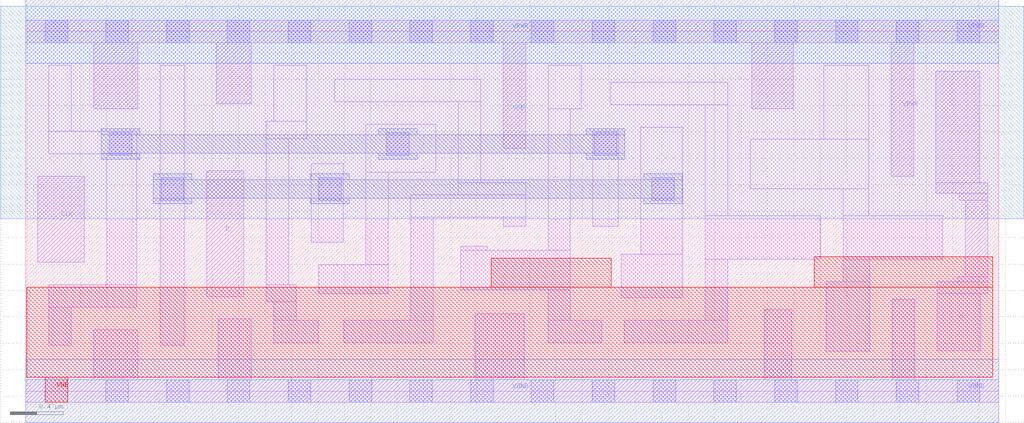
<source format=lef>
VERSION 5.7 ;
  NOWIREEXTENSIONATPIN ON ;
  DIVIDERCHAR "/" ;
  BUSBITCHARS "[]" ;
MACRO DCDC_FF
  CLASS BLOCK ;
  FOREIGN DCDC_FF ;
  ORIGIN -0.190 -0.240 ;
  SIZE 7.360 BY 2.720 ;
  PIN Q
    ANTENNADIFFAREA 0.429000 ;
    PORT
      LAYER li1 ;
        RECT 7.075 1.815 7.405 2.660 ;
        RECT 7.075 1.735 7.465 1.815 ;
        RECT 7.250 1.685 7.465 1.735 ;
        RECT 7.295 1.105 7.465 1.685 ;
        RECT 7.240 1.065 7.465 1.105 ;
        RECT 7.085 0.980 7.465 1.065 ;
        RECT 7.085 0.545 7.415 0.980 ;
    END
  END Q
  PIN CLK
    ANTENNAGATEAREA 0.159000 ;
    PORT
      LAYER li1 ;
        RECT 0.280 1.215 0.630 1.865 ;
    END
  END CLK
  PIN D
    ANTENNAGATEAREA 0.126000 ;
    PORT
      LAYER li1 ;
        RECT 1.560 0.955 1.840 1.905 ;
    END
  END D
  PIN VNB
    PORT
      LAYER pwell ;
        RECT 3.710 1.025 4.620 1.245 ;
        RECT 6.155 1.025 7.505 1.255 ;
        RECT 0.195 0.345 7.505 1.025 ;
        RECT 0.335 0.155 0.505 0.345 ;
    END
  END VNB
  PIN VPB
    PORT
      LAYER nwell ;
        RECT 0.000 1.545 7.740 3.150 ;
    END
  END VPB
  PIN VPWR
    USE POWER ;
    PORT
      LAYER li1 ;
        RECT 0.190 2.875 7.550 3.045 ;
        RECT 0.705 2.375 1.035 2.875 ;
        RECT 1.630 2.415 1.895 2.875 ;
        RECT 3.800 2.075 3.970 2.875 ;
        RECT 5.680 2.375 5.995 2.875 ;
        RECT 6.735 1.865 6.905 2.875 ;
      LAYER mcon ;
        RECT 0.335 2.875 0.505 3.045 ;
        RECT 0.795 2.875 0.965 3.045 ;
        RECT 1.255 2.875 1.425 3.045 ;
        RECT 1.715 2.875 1.885 3.045 ;
        RECT 2.175 2.875 2.345 3.045 ;
        RECT 2.635 2.875 2.805 3.045 ;
        RECT 3.095 2.875 3.265 3.045 ;
        RECT 3.555 2.875 3.725 3.045 ;
        RECT 4.015 2.875 4.185 3.045 ;
        RECT 4.475 2.875 4.645 3.045 ;
        RECT 4.935 2.875 5.105 3.045 ;
        RECT 5.395 2.875 5.565 3.045 ;
        RECT 5.855 2.875 6.025 3.045 ;
        RECT 6.315 2.875 6.485 3.045 ;
        RECT 6.775 2.875 6.945 3.045 ;
        RECT 7.235 2.875 7.405 3.045 ;
      LAYER met1 ;
        RECT 0.190 2.720 7.550 3.200 ;
    END
  END VPWR
  PIN VGND
    USE GROUND ;
    PORT
      LAYER li1 ;
        RECT 0.705 0.325 1.035 0.705 ;
        RECT 1.645 0.325 1.895 0.785 ;
        RECT 3.590 0.325 3.960 0.825 ;
        RECT 5.775 0.325 5.985 0.855 ;
        RECT 6.745 0.325 6.915 0.935 ;
        RECT 0.190 0.155 7.550 0.325 ;
      LAYER mcon ;
        RECT 0.335 0.155 0.505 0.325 ;
        RECT 0.795 0.155 0.965 0.325 ;
        RECT 1.255 0.155 1.425 0.325 ;
        RECT 1.715 0.155 1.885 0.325 ;
        RECT 2.175 0.155 2.345 0.325 ;
        RECT 2.635 0.155 2.805 0.325 ;
        RECT 3.095 0.155 3.265 0.325 ;
        RECT 3.555 0.155 3.725 0.325 ;
        RECT 4.015 0.155 4.185 0.325 ;
        RECT 4.475 0.155 4.645 0.325 ;
        RECT 4.935 0.155 5.105 0.325 ;
        RECT 5.395 0.155 5.565 0.325 ;
        RECT 5.855 0.155 6.025 0.325 ;
        RECT 6.315 0.155 6.485 0.325 ;
        RECT 6.775 0.155 6.945 0.325 ;
        RECT 7.235 0.155 7.405 0.325 ;
      LAYER met1 ;
        RECT 0.190 0.000 7.550 0.480 ;
    END
  END VGND
  OBS
      LAYER li1 ;
        RECT 0.365 2.205 0.535 2.705 ;
        RECT 0.365 2.035 1.030 2.205 ;
        RECT 0.800 1.045 1.030 2.035 ;
        RECT 0.365 0.875 1.030 1.045 ;
        RECT 0.365 0.585 0.535 0.875 ;
        RECT 1.205 0.585 1.390 2.705 ;
        RECT 2.065 2.280 2.315 2.705 ;
        RECT 2.525 2.430 3.630 2.600 ;
        RECT 2.010 2.150 2.315 2.280 ;
        RECT 2.010 1.045 2.180 2.150 ;
        RECT 2.350 1.365 2.590 1.960 ;
        RECT 2.760 1.895 3.290 2.260 ;
        RECT 2.760 1.195 2.930 1.895 ;
        RECT 3.460 1.815 3.630 2.430 ;
        RECT 4.140 2.375 4.390 2.705 ;
        RECT 4.615 2.405 5.500 2.575 ;
        RECT 3.460 1.725 3.970 1.815 ;
        RECT 2.010 0.915 2.235 1.045 ;
        RECT 2.405 0.975 2.930 1.195 ;
        RECT 3.100 1.555 3.970 1.725 ;
        RECT 2.065 0.775 2.235 0.915 ;
        RECT 3.100 0.775 3.270 1.555 ;
        RECT 3.800 1.485 3.970 1.555 ;
        RECT 3.480 1.305 3.680 1.335 ;
        RECT 4.140 1.305 4.310 2.375 ;
        RECT 4.480 1.485 4.670 2.205 ;
        RECT 3.480 1.005 4.310 1.305 ;
        RECT 4.840 1.275 5.160 2.235 ;
        RECT 2.065 0.605 2.400 0.775 ;
        RECT 2.595 0.605 3.270 0.775 ;
        RECT 4.140 0.775 4.310 1.005 ;
        RECT 4.695 0.945 5.160 1.275 ;
        RECT 5.330 1.565 5.500 2.405 ;
        RECT 6.225 2.145 6.565 2.705 ;
        RECT 5.670 1.770 6.565 2.145 ;
        RECT 6.375 1.565 6.565 1.770 ;
        RECT 5.330 1.235 6.205 1.565 ;
        RECT 6.375 1.235 7.125 1.565 ;
        RECT 5.330 0.775 5.500 1.235 ;
        RECT 6.375 1.065 6.575 1.235 ;
        RECT 4.140 0.605 4.545 0.775 ;
        RECT 4.715 0.605 5.500 0.775 ;
        RECT 6.245 0.540 6.575 1.065 ;
      LAYER mcon ;
        RECT 0.820 2.025 0.990 2.195 ;
        RECT 1.215 1.685 1.385 1.855 ;
        RECT 2.920 2.025 3.090 2.195 ;
        RECT 2.405 1.685 2.575 1.855 ;
        RECT 4.490 2.025 4.660 2.195 ;
        RECT 4.925 1.685 5.095 1.855 ;
      LAYER met1 ;
        RECT 0.760 2.180 1.050 2.225 ;
        RECT 2.860 2.180 3.150 2.225 ;
        RECT 4.430 2.180 4.720 2.225 ;
        RECT 0.760 2.040 4.720 2.180 ;
        RECT 0.760 1.995 1.050 2.040 ;
        RECT 2.860 1.995 3.150 2.040 ;
        RECT 4.430 1.995 4.720 2.040 ;
        RECT 1.155 1.840 1.445 1.885 ;
        RECT 2.345 1.840 2.635 1.885 ;
        RECT 4.865 1.840 5.155 1.885 ;
        RECT 1.155 1.700 5.155 1.840 ;
        RECT 1.155 1.655 1.445 1.700 ;
        RECT 2.345 1.655 2.635 1.700 ;
        RECT 4.865 1.655 5.155 1.700 ;
  END
END DCDC_FF
END LIBRARY

</source>
